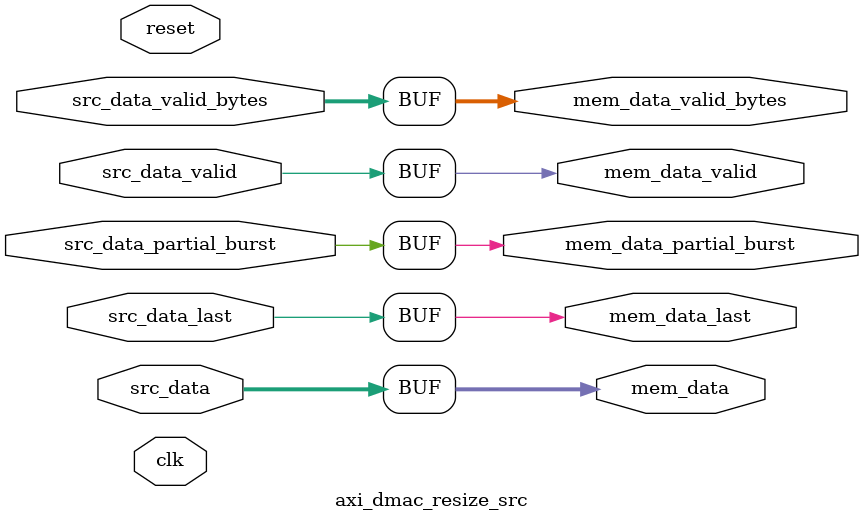
<source format=v>
module axi_dmac_resize_src(	// file.cleaned.mlir:2:3
  input         clk,	// file.cleaned.mlir:2:37
                reset,	// file.cleaned.mlir:2:51
                src_data_valid,	// file.cleaned.mlir:2:67
  input  [63:0] src_data,	// file.cleaned.mlir:2:92
  input         src_data_last,	// file.cleaned.mlir:2:112
  input  [2:0]  src_data_valid_bytes,	// file.cleaned.mlir:2:136
  input         src_data_partial_burst,	// file.cleaned.mlir:2:167
  output        mem_data_valid,	// file.cleaned.mlir:2:201
  output [63:0] mem_data,	// file.cleaned.mlir:2:226
  output        mem_data_last,	// file.cleaned.mlir:2:246
  output [2:0]  mem_data_valid_bytes,	// file.cleaned.mlir:2:270
  output        mem_data_partial_burst	// file.cleaned.mlir:2:301
);

  assign mem_data_valid = src_data_valid;	// file.cleaned.mlir:3:5
  assign mem_data = src_data;	// file.cleaned.mlir:3:5
  assign mem_data_last = src_data_last;	// file.cleaned.mlir:3:5
  assign mem_data_valid_bytes = src_data_valid_bytes;	// file.cleaned.mlir:3:5
  assign mem_data_partial_burst = src_data_partial_burst;	// file.cleaned.mlir:3:5
endmodule


</source>
